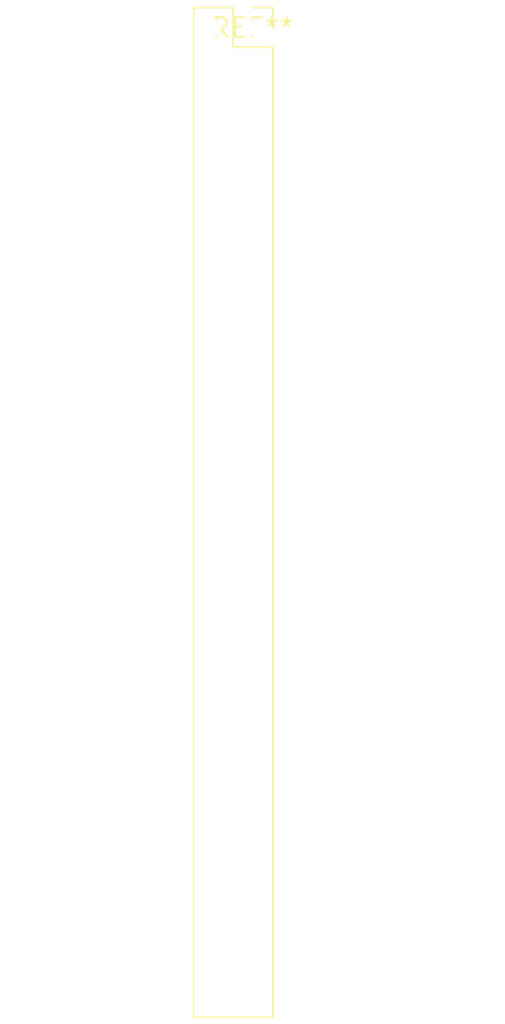
<source format=kicad_pcb>
(kicad_pcb (version 20240108) (generator pcbnew)
  (layers (0 "F.Cu" signal) (31 "B.Cu" signal) (34 "B.Paste" user) (35 "F.Paste" user) (36 "B.SilkS" user "B.Silkscreen") (37 "F.SilkS" user "F.Silkscreen") (38 "B.Mask" user) (39 "F.Mask" user) (44 "Edge.Cuts" user))
  (net 0 "")
  (footprint "PinSocket_2x26_P2.54mm_Vertical" (layer "F.Cu") (at 0 0)
    (property "Reference" "REF**")
    (property "Value" "PinSocket_2x26_P2.54mm_Vertical")
    (fp_line (start -3.87 -1.33) (end -3.87 64.83) (layer "F.SilkS") (stroke (width 0.12)))
    (fp_line (start -3.87 -1.33) (end -1.27 -1.33) (layer "F.SilkS") (stroke (width 0.12)))
    (fp_line (start -3.87 64.83) (end 1.33 64.83) (layer "F.SilkS") (stroke (width 0.12)))
    (fp_line (start -1.27 -1.33) (end -1.27 1.27) (layer "F.SilkS") (stroke (width 0.12)))
    (fp_line (start -1.27 1.27) (end 1.33 1.27) (layer "F.SilkS") (stroke (width 0.12)))
    (fp_line (start 0 -1.33) (end 1.33 -1.33) (layer "F.SilkS") (stroke (width 0.12)))
    (fp_line (start 1.33 -1.33) (end 1.33 0) (layer "F.SilkS") (stroke (width 0.12)))
    (fp_line (start 1.33 1.27) (end 1.33 64.83) (layer "F.SilkS") (stroke (width 0.12)))
    (pad "1" thru_hole rect (at 0 0) (size 1.7 1.7) (drill 1) (layers *.Cu *.Mask) (remove_unused_layers))
    (pad "2" thru_hole oval (at -2.54 0) (size 1.7 1.7) (drill 1) (layers *.Cu *.Mask) (remove_unused_layers))
    (pad "3" thru_hole oval (at 0 2.54) (size 1.7 1.7) (drill 1) (layers *.Cu *.Mask) (remove_unused_layers))
    (pad "4" thru_hole oval (at -2.54 2.54) (size 1.7 1.7) (drill 1) (layers *.Cu *.Mask) (remove_unused_layers))
    (pad "5" thru_hole oval (at 0 5.08) (size 1.7 1.7) (drill 1) (layers *.Cu *.Mask) (remove_unused_layers))
    (pad "6" thru_hole oval (at -2.54 5.08) (size 1.7 1.7) (drill 1) (layers *.Cu *.Mask) (remove_unused_layers))
    (pad "7" thru_hole oval (at 0 7.62) (size 1.7 1.7) (drill 1) (layers *.Cu *.Mask) (remove_unused_layers))
    (pad "8" thru_hole oval (at -2.54 7.62) (size 1.7 1.7) (drill 1) (layers *.Cu *.Mask) (remove_unused_layers))
    (pad "9" thru_hole oval (at 0 10.16) (size 1.7 1.7) (drill 1) (layers *.Cu *.Mask) (remove_unused_layers))
    (pad "10" thru_hole oval (at -2.54 10.16) (size 1.7 1.7) (drill 1) (layers *.Cu *.Mask) (remove_unused_layers))
    (pad "11" thru_hole oval (at 0 12.7) (size 1.7 1.7) (drill 1) (layers *.Cu *.Mask) (remove_unused_layers))
    (pad "12" thru_hole oval (at -2.54 12.7) (size 1.7 1.7) (drill 1) (layers *.Cu *.Mask) (remove_unused_layers))
    (pad "13" thru_hole oval (at 0 15.24) (size 1.7 1.7) (drill 1) (layers *.Cu *.Mask) (remove_unused_layers))
    (pad "14" thru_hole oval (at -2.54 15.24) (size 1.7 1.7) (drill 1) (layers *.Cu *.Mask) (remove_unused_layers))
    (pad "15" thru_hole oval (at 0 17.78) (size 1.7 1.7) (drill 1) (layers *.Cu *.Mask) (remove_unused_layers))
    (pad "16" thru_hole oval (at -2.54 17.78) (size 1.7 1.7) (drill 1) (layers *.Cu *.Mask) (remove_unused_layers))
    (pad "17" thru_hole oval (at 0 20.32) (size 1.7 1.7) (drill 1) (layers *.Cu *.Mask) (remove_unused_layers))
    (pad "18" thru_hole oval (at -2.54 20.32) (size 1.7 1.7) (drill 1) (layers *.Cu *.Mask) (remove_unused_layers))
    (pad "19" thru_hole oval (at 0 22.86) (size 1.7 1.7) (drill 1) (layers *.Cu *.Mask) (remove_unused_layers))
    (pad "20" thru_hole oval (at -2.54 22.86) (size 1.7 1.7) (drill 1) (layers *.Cu *.Mask) (remove_unused_layers))
    (pad "21" thru_hole oval (at 0 25.4) (size 1.7 1.7) (drill 1) (layers *.Cu *.Mask) (remove_unused_layers))
    (pad "22" thru_hole oval (at -2.54 25.4) (size 1.7 1.7) (drill 1) (layers *.Cu *.Mask) (remove_unused_layers))
    (pad "23" thru_hole oval (at 0 27.94) (size 1.7 1.7) (drill 1) (layers *.Cu *.Mask) (remove_unused_layers))
    (pad "24" thru_hole oval (at -2.54 27.94) (size 1.7 1.7) (drill 1) (layers *.Cu *.Mask) (remove_unused_layers))
    (pad "25" thru_hole oval (at 0 30.48) (size 1.7 1.7) (drill 1) (layers *.Cu *.Mask) (remove_unused_layers))
    (pad "26" thru_hole oval (at -2.54 30.48) (size 1.7 1.7) (drill 1) (layers *.Cu *.Mask) (remove_unused_layers))
    (pad "27" thru_hole oval (at 0 33.02) (size 1.7 1.7) (drill 1) (layers *.Cu *.Mask) (remove_unused_layers))
    (pad "28" thru_hole oval (at -2.54 33.02) (size 1.7 1.7) (drill 1) (layers *.Cu *.Mask) (remove_unused_layers))
    (pad "29" thru_hole oval (at 0 35.56) (size 1.7 1.7) (drill 1) (layers *.Cu *.Mask) (remove_unused_layers))
    (pad "30" thru_hole oval (at -2.54 35.56) (size 1.7 1.7) (drill 1) (layers *.Cu *.Mask) (remove_unused_layers))
    (pad "31" thru_hole oval (at 0 38.1) (size 1.7 1.7) (drill 1) (layers *.Cu *.Mask) (remove_unused_layers))
    (pad "32" thru_hole oval (at -2.54 38.1) (size 1.7 1.7) (drill 1) (layers *.Cu *.Mask) (remove_unused_layers))
    (pad "33" thru_hole oval (at 0 40.64) (size 1.7 1.7) (drill 1) (layers *.Cu *.Mask) (remove_unused_layers))
    (pad "34" thru_hole oval (at -2.54 40.64) (size 1.7 1.7) (drill 1) (layers *.Cu *.Mask) (remove_unused_layers))
    (pad "35" thru_hole oval (at 0 43.18) (size 1.7 1.7) (drill 1) (layers *.Cu *.Mask) (remove_unused_layers))
    (pad "36" thru_hole oval (at -2.54 43.18) (size 1.7 1.7) (drill 1) (layers *.Cu *.Mask) (remove_unused_layers))
    (pad "37" thru_hole oval (at 0 45.72) (size 1.7 1.7) (drill 1) (layers *.Cu *.Mask) (remove_unused_layers))
    (pad "38" thru_hole oval (at -2.54 45.72) (size 1.7 1.7) (drill 1) (layers *.Cu *.Mask) (remove_unused_layers))
    (pad "39" thru_hole oval (at 0 48.26) (size 1.7 1.7) (drill 1) (layers *.Cu *.Mask) (remove_unused_layers))
    (pad "40" thru_hole oval (at -2.54 48.26) (size 1.7 1.7) (drill 1) (layers *.Cu *.Mask) (remove_unused_layers))
    (pad "41" thru_hole oval (at 0 50.8) (size 1.7 1.7) (drill 1) (layers *.Cu *.Mask) (remove_unused_layers))
    (pad "42" thru_hole oval (at -2.54 50.8) (size 1.7 1.7) (drill 1) (layers *.Cu *.Mask) (remove_unused_layers))
    (pad "43" thru_hole oval (at 0 53.34) (size 1.7 1.7) (drill 1) (layers *.Cu *.Mask) (remove_unused_layers))
    (pad "44" thru_hole oval (at -2.54 53.34) (size 1.7 1.7) (drill 1) (layers *.Cu *.Mask) (remove_unused_layers))
    (pad "45" thru_hole oval (at 0 55.88) (size 1.7 1.7) (drill 1) (layers *.Cu *.Mask) (remove_unused_layers))
    (pad "46" thru_hole oval (at -2.54 55.88) (size 1.7 1.7) (drill 1) (layers *.Cu *.Mask) (remove_unused_layers))
    (pad "47" thru_hole oval (at 0 58.42) (size 1.7 1.7) (drill 1) (layers *.Cu *.Mask) (remove_unused_layers))
    (pad "48" thru_hole oval (at -2.54 58.42) (size 1.7 1.7) (drill 1) (layers *.Cu *.Mask) (remove_unused_layers))
    (pad "49" thru_hole oval (at 0 60.96) (size 1.7 1.7) (drill 1) (layers *.Cu *.Mask) (remove_unused_layers))
    (pad "50" thru_hole oval (at -2.54 60.96) (size 1.7 1.7) (drill 1) (layers *.Cu *.Mask) (remove_unused_layers))
    (pad "51" thru_hole oval (at 0 63.5) (size 1.7 1.7) (drill 1) (layers *.Cu *.Mask) (remove_unused_layers))
    (pad "52" thru_hole oval (at -2.54 63.5) (size 1.7 1.7) (drill 1) (layers *.Cu *.Mask) (remove_unused_layers))
  )
)
</source>
